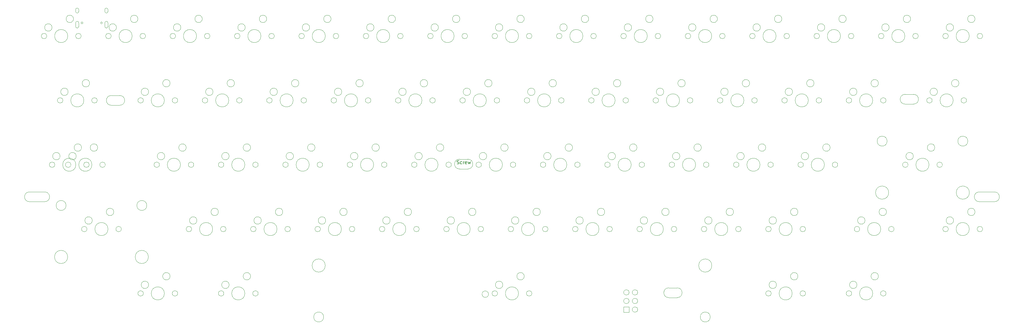
<source format=gbr>
G04 #@! TF.GenerationSoftware,KiCad,Pcbnew,(5.99.0-11336-g5116fa6d12)*
G04 #@! TF.CreationDate,2021-07-31T15:39:07+02:00*
G04 #@! TF.ProjectId,plain60-flex-mkd-hhkb,706c6169-6e36-4302-9d66-6c65782d6d6b,rev?*
G04 #@! TF.SameCoordinates,Original*
G04 #@! TF.FileFunction,AssemblyDrawing,Top*
%FSLAX46Y46*%
G04 Gerber Fmt 4.6, Leading zero omitted, Abs format (unit mm)*
G04 Created by KiCad (PCBNEW (5.99.0-11336-g5116fa6d12)) date 2021-07-31 15:39:07*
%MOMM*%
%LPD*%
G01*
G04 APERTURE LIST*
%ADD10C,0.150000*%
%ADD11C,0.100000*%
G04 APERTURE END LIST*
D10*
X126611417Y-47329801D02*
X126754274Y-47377420D01*
X126992369Y-47377420D01*
X127087608Y-47329801D01*
X127135227Y-47282182D01*
X127182846Y-47186944D01*
X127182846Y-47091706D01*
X127135227Y-46996468D01*
X127087608Y-46948849D01*
X126992369Y-46901230D01*
X126801893Y-46853611D01*
X126706655Y-46805992D01*
X126659036Y-46758373D01*
X126611417Y-46663135D01*
X126611417Y-46567897D01*
X126659036Y-46472659D01*
X126706655Y-46425040D01*
X126801893Y-46377420D01*
X127039988Y-46377420D01*
X127182846Y-46425040D01*
X128039988Y-47329801D02*
X127944750Y-47377420D01*
X127754274Y-47377420D01*
X127659036Y-47329801D01*
X127611417Y-47282182D01*
X127563798Y-47186944D01*
X127563798Y-46901230D01*
X127611417Y-46805992D01*
X127659036Y-46758373D01*
X127754274Y-46710754D01*
X127944750Y-46710754D01*
X128039988Y-46758373D01*
X128468560Y-47377420D02*
X128468560Y-46710754D01*
X128468560Y-46901230D02*
X128516179Y-46805992D01*
X128563798Y-46758373D01*
X128659036Y-46710754D01*
X128754274Y-46710754D01*
X129468560Y-47329801D02*
X129373322Y-47377420D01*
X129182846Y-47377420D01*
X129087608Y-47329801D01*
X129039988Y-47234563D01*
X129039988Y-46853611D01*
X129087608Y-46758373D01*
X129182846Y-46710754D01*
X129373322Y-46710754D01*
X129468560Y-46758373D01*
X129516179Y-46853611D01*
X129516179Y-46948849D01*
X129039988Y-47044087D01*
X129849512Y-46710754D02*
X130039988Y-47377420D01*
X130230465Y-46901230D01*
X130420941Y-47377420D01*
X130611417Y-46710754D01*
D11*
X79833000Y-23495000D02*
G75*
G03*
X79833000Y-23495000I-1093000J0D01*
G01*
X73483000Y-26035000D02*
G75*
G03*
X73483000Y-26035000I-1093000J0D01*
G01*
X71920900Y-28575000D02*
G75*
G03*
X71920900Y-28575000I-800900J0D01*
G01*
X78143900Y-28575000D02*
G75*
G03*
X78143900Y-28575000I-1943900J0D01*
G01*
X82080900Y-28575000D02*
G75*
G03*
X82080900Y-28575000I-800900J0D01*
G01*
X98883000Y-23495000D02*
G75*
G03*
X98883000Y-23495000I-1093000J0D01*
G01*
X92533000Y-26035000D02*
G75*
G03*
X92533000Y-26035000I-1093000J0D01*
G01*
X101130900Y-28575000D02*
G75*
G03*
X101130900Y-28575000I-800900J0D01*
G01*
X97193900Y-28575000D02*
G75*
G03*
X97193900Y-28575000I-1943900J0D01*
G01*
X90970900Y-28575000D02*
G75*
G03*
X90970900Y-28575000I-800900J0D01*
G01*
X156033000Y-23495000D02*
G75*
G03*
X156033000Y-23495000I-1093000J0D01*
G01*
X149683000Y-26035000D02*
G75*
G03*
X149683000Y-26035000I-1093000J0D01*
G01*
X154343900Y-28575000D02*
G75*
G03*
X154343900Y-28575000I-1943900J0D01*
G01*
X158280900Y-28575000D02*
G75*
G03*
X158280900Y-28575000I-800900J0D01*
G01*
X148120900Y-28575000D02*
G75*
G03*
X148120900Y-28575000I-800900J0D01*
G01*
X175083000Y-23495000D02*
G75*
G03*
X175083000Y-23495000I-1093000J0D01*
G01*
X168733000Y-26035000D02*
G75*
G03*
X168733000Y-26035000I-1093000J0D01*
G01*
X167170900Y-28575000D02*
G75*
G03*
X167170900Y-28575000I-800900J0D01*
G01*
X173393900Y-28575000D02*
G75*
G03*
X173393900Y-28575000I-1943900J0D01*
G01*
X177330900Y-28575000D02*
G75*
G03*
X177330900Y-28575000I-800900J0D01*
G01*
X136983000Y-23495000D02*
G75*
G03*
X136983000Y-23495000I-1093000J0D01*
G01*
X130633000Y-26035000D02*
G75*
G03*
X130633000Y-26035000I-1093000J0D01*
G01*
X135293900Y-28575000D02*
G75*
G03*
X135293900Y-28575000I-1943900J0D01*
G01*
X139230900Y-28575000D02*
G75*
G03*
X139230900Y-28575000I-800900J0D01*
G01*
X129070900Y-28575000D02*
G75*
G03*
X129070900Y-28575000I-800900J0D01*
G01*
X117933000Y-23495000D02*
G75*
G03*
X117933000Y-23495000I-1093000J0D01*
G01*
X111583000Y-26035000D02*
G75*
G03*
X111583000Y-26035000I-1093000J0D01*
G01*
X110020900Y-28575000D02*
G75*
G03*
X110020900Y-28575000I-800900J0D01*
G01*
X120180900Y-28575000D02*
G75*
G03*
X120180900Y-28575000I-800900J0D01*
G01*
X116243900Y-28575000D02*
G75*
G03*
X116243900Y-28575000I-1943900J0D01*
G01*
X17920500Y-23495000D02*
G75*
G03*
X17920500Y-23495000I-1093000J0D01*
G01*
X11570500Y-26035000D02*
G75*
G03*
X11570500Y-26035000I-1093000J0D01*
G01*
X20168400Y-28575000D02*
G75*
G03*
X20168400Y-28575000I-800900J0D01*
G01*
X10008400Y-28575000D02*
G75*
G03*
X10008400Y-28575000I-800900J0D01*
G01*
X16231400Y-28575000D02*
G75*
G03*
X16231400Y-28575000I-1943900J0D01*
G01*
X146508000Y-4445000D02*
G75*
G03*
X146508000Y-4445000I-1093000J0D01*
G01*
X140158000Y-6985000D02*
G75*
G03*
X140158000Y-6985000I-1093000J0D01*
G01*
X144818900Y-9525000D02*
G75*
G03*
X144818900Y-9525000I-1943900J0D01*
G01*
X148755900Y-9525000D02*
G75*
G03*
X148755900Y-9525000I-800900J0D01*
G01*
X138595900Y-9525000D02*
G75*
G03*
X138595900Y-9525000I-800900J0D01*
G01*
X184608000Y-4445000D02*
G75*
G03*
X184608000Y-4445000I-1093000J0D01*
G01*
X178258000Y-6985000D02*
G75*
G03*
X178258000Y-6985000I-1093000J0D01*
G01*
X186855900Y-9525000D02*
G75*
G03*
X186855900Y-9525000I-800900J0D01*
G01*
X176695900Y-9525000D02*
G75*
G03*
X176695900Y-9525000I-800900J0D01*
G01*
X182918900Y-9525000D02*
G75*
G03*
X182918900Y-9525000I-1943900J0D01*
G01*
X89358000Y-4445000D02*
G75*
G03*
X89358000Y-4445000I-1093000J0D01*
G01*
X83008000Y-6985000D02*
G75*
G03*
X83008000Y-6985000I-1093000J0D01*
G01*
X91605900Y-9525000D02*
G75*
G03*
X91605900Y-9525000I-800900J0D01*
G01*
X87668900Y-9525000D02*
G75*
G03*
X87668900Y-9525000I-1943900J0D01*
G01*
X81445900Y-9525000D02*
G75*
G03*
X81445900Y-9525000I-800900J0D01*
G01*
X241758000Y-4445000D02*
G75*
G03*
X241758000Y-4445000I-1093000J0D01*
G01*
X235408000Y-6985000D02*
G75*
G03*
X235408000Y-6985000I-1093000J0D01*
G01*
X244005900Y-9525000D02*
G75*
G03*
X244005900Y-9525000I-800900J0D01*
G01*
X240068900Y-9525000D02*
G75*
G03*
X240068900Y-9525000I-1943900J0D01*
G01*
X233845900Y-9525000D02*
G75*
G03*
X233845900Y-9525000I-800900J0D01*
G01*
X222708000Y-4445000D02*
G75*
G03*
X222708000Y-4445000I-1093000J0D01*
G01*
X216358000Y-6985000D02*
G75*
G03*
X216358000Y-6985000I-1093000J0D01*
G01*
X224955900Y-9525000D02*
G75*
G03*
X224955900Y-9525000I-800900J0D01*
G01*
X214795900Y-9525000D02*
G75*
G03*
X214795900Y-9525000I-800900J0D01*
G01*
X221018900Y-9525000D02*
G75*
G03*
X221018900Y-9525000I-1943900J0D01*
G01*
X203658000Y-4445000D02*
G75*
G03*
X203658000Y-4445000I-1093000J0D01*
G01*
X197308000Y-6985000D02*
G75*
G03*
X197308000Y-6985000I-1093000J0D01*
G01*
X201968900Y-9525000D02*
G75*
G03*
X201968900Y-9525000I-1943900J0D01*
G01*
X205905900Y-9525000D02*
G75*
G03*
X205905900Y-9525000I-800900J0D01*
G01*
X195745900Y-9525000D02*
G75*
G03*
X195745900Y-9525000I-800900J0D01*
G01*
X165558000Y-4445000D02*
G75*
G03*
X165558000Y-4445000I-1093000J0D01*
G01*
X159208000Y-6985000D02*
G75*
G03*
X159208000Y-6985000I-1093000J0D01*
G01*
X157645900Y-9525000D02*
G75*
G03*
X157645900Y-9525000I-800900J0D01*
G01*
X163868900Y-9525000D02*
G75*
G03*
X163868900Y-9525000I-1943900J0D01*
G01*
X167805900Y-9525000D02*
G75*
G03*
X167805900Y-9525000I-800900J0D01*
G01*
X127458000Y-4445000D02*
G75*
G03*
X127458000Y-4445000I-1093000J0D01*
G01*
X121108000Y-6985000D02*
G75*
G03*
X121108000Y-6985000I-1093000J0D01*
G01*
X119545900Y-9525000D02*
G75*
G03*
X119545900Y-9525000I-800900J0D01*
G01*
X125768900Y-9525000D02*
G75*
G03*
X125768900Y-9525000I-1943900J0D01*
G01*
X129705900Y-9525000D02*
G75*
G03*
X129705900Y-9525000I-800900J0D01*
G01*
X108408000Y-4445000D02*
G75*
G03*
X108408000Y-4445000I-1093000J0D01*
G01*
X102058000Y-6985000D02*
G75*
G03*
X102058000Y-6985000I-1093000J0D01*
G01*
X100495900Y-9525000D02*
G75*
G03*
X100495900Y-9525000I-800900J0D01*
G01*
X110655900Y-9525000D02*
G75*
G03*
X110655900Y-9525000I-800900J0D01*
G01*
X106718900Y-9525000D02*
G75*
G03*
X106718900Y-9525000I-1943900J0D01*
G01*
X70308000Y-4445000D02*
G75*
G03*
X70308000Y-4445000I-1093000J0D01*
G01*
X63958000Y-6985000D02*
G75*
G03*
X63958000Y-6985000I-1093000J0D01*
G01*
X68618900Y-9525000D02*
G75*
G03*
X68618900Y-9525000I-1943900J0D01*
G01*
X72555900Y-9525000D02*
G75*
G03*
X72555900Y-9525000I-800900J0D01*
G01*
X62395900Y-9525000D02*
G75*
G03*
X62395900Y-9525000I-800900J0D01*
G01*
X32208000Y-4445000D02*
G75*
G03*
X32208000Y-4445000I-1093000J0D01*
G01*
X25858000Y-6985000D02*
G75*
G03*
X25858000Y-6985000I-1093000J0D01*
G01*
X30518900Y-9525000D02*
G75*
G03*
X30518900Y-9525000I-1943900J0D01*
G01*
X34455900Y-9525000D02*
G75*
G03*
X34455900Y-9525000I-800900J0D01*
G01*
X24295900Y-9525000D02*
G75*
G03*
X24295900Y-9525000I-800900J0D01*
G01*
X13158000Y-4445000D02*
G75*
G03*
X13158000Y-4445000I-1093000J0D01*
G01*
X6808000Y-6985000D02*
G75*
G03*
X6808000Y-6985000I-1093000J0D01*
G01*
X5245900Y-9525000D02*
G75*
G03*
X5245900Y-9525000I-800900J0D01*
G01*
X11468900Y-9525000D02*
G75*
G03*
X11468900Y-9525000I-1943900J0D01*
G01*
X15405900Y-9525000D02*
G75*
G03*
X15405900Y-9525000I-800900J0D01*
G01*
X41733000Y-80645000D02*
G75*
G03*
X41733000Y-80645000I-1093000J0D01*
G01*
X35383000Y-83185000D02*
G75*
G03*
X35383000Y-83185000I-1093000J0D01*
G01*
X43980900Y-85725000D02*
G75*
G03*
X43980900Y-85725000I-800900J0D01*
G01*
X33820900Y-85725000D02*
G75*
G03*
X33820900Y-85725000I-800900J0D01*
G01*
X40043900Y-85725000D02*
G75*
G03*
X40043900Y-85725000I-1943900J0D01*
G01*
X151270500Y-61595000D02*
G75*
G03*
X151270500Y-61595000I-1093000J0D01*
G01*
X144920500Y-64135000D02*
G75*
G03*
X144920500Y-64135000I-1093000J0D01*
G01*
X153518400Y-66675000D02*
G75*
G03*
X153518400Y-66675000I-800900J0D01*
G01*
X143358400Y-66675000D02*
G75*
G03*
X143358400Y-66675000I-800900J0D01*
G01*
X149581400Y-66675000D02*
G75*
G03*
X149581400Y-66675000I-1943900J0D01*
G01*
X227470500Y-61595000D02*
G75*
G03*
X227470500Y-61595000I-1093000J0D01*
G01*
X221120500Y-64135000D02*
G75*
G03*
X221120500Y-64135000I-1093000J0D01*
G01*
X225781400Y-66675000D02*
G75*
G03*
X225781400Y-66675000I-1943900J0D01*
G01*
X229718400Y-66675000D02*
G75*
G03*
X229718400Y-66675000I-800900J0D01*
G01*
X219558400Y-66675000D02*
G75*
G03*
X219558400Y-66675000I-800900J0D01*
G01*
X170320500Y-61595000D02*
G75*
G03*
X170320500Y-61595000I-1093000J0D01*
G01*
X163970500Y-64135000D02*
G75*
G03*
X163970500Y-64135000I-1093000J0D01*
G01*
X172568400Y-66675000D02*
G75*
G03*
X172568400Y-66675000I-800900J0D01*
G01*
X168631400Y-66675000D02*
G75*
G03*
X168631400Y-66675000I-1943900J0D01*
G01*
X162408400Y-66675000D02*
G75*
G03*
X162408400Y-66675000I-800900J0D01*
G01*
X132220500Y-61595000D02*
G75*
G03*
X132220500Y-61595000I-1093000J0D01*
G01*
X125870500Y-64135000D02*
G75*
G03*
X125870500Y-64135000I-1093000J0D01*
G01*
X124308400Y-66675000D02*
G75*
G03*
X124308400Y-66675000I-800900J0D01*
G01*
X130531400Y-66675000D02*
G75*
G03*
X130531400Y-66675000I-1943900J0D01*
G01*
X134468400Y-66675000D02*
G75*
G03*
X134468400Y-66675000I-800900J0D01*
G01*
X189370500Y-61595000D02*
G75*
G03*
X189370500Y-61595000I-1093000J0D01*
G01*
X183020500Y-64135000D02*
G75*
G03*
X183020500Y-64135000I-1093000J0D01*
G01*
X181458400Y-66675000D02*
G75*
G03*
X181458400Y-66675000I-800900J0D01*
G01*
X187681400Y-66675000D02*
G75*
G03*
X187681400Y-66675000I-1943900J0D01*
G01*
X191618400Y-66675000D02*
G75*
G03*
X191618400Y-66675000I-800900J0D01*
G01*
X251283000Y-23495000D02*
G75*
G03*
X251283000Y-23495000I-1093000J0D01*
G01*
X244933000Y-26035000D02*
G75*
G03*
X244933000Y-26035000I-1093000J0D01*
G01*
X253530900Y-28575000D02*
G75*
G03*
X253530900Y-28575000I-800900J0D01*
G01*
X249593900Y-28575000D02*
G75*
G03*
X249593900Y-28575000I-1943900J0D01*
G01*
X243370900Y-28575000D02*
G75*
G03*
X243370900Y-28575000I-800900J0D01*
G01*
X56020500Y-61595000D02*
G75*
G03*
X56020500Y-61595000I-1093000J0D01*
G01*
X49670500Y-64135000D02*
G75*
G03*
X49670500Y-64135000I-1093000J0D01*
G01*
X54331400Y-66675000D02*
G75*
G03*
X54331400Y-66675000I-1943900J0D01*
G01*
X58268400Y-66675000D02*
G75*
G03*
X58268400Y-66675000I-800900J0D01*
G01*
X48108400Y-66675000D02*
G75*
G03*
X48108400Y-66675000I-800900J0D01*
G01*
X194133000Y-23495000D02*
G75*
G03*
X194133000Y-23495000I-1093000J0D01*
G01*
X187783000Y-26035000D02*
G75*
G03*
X187783000Y-26035000I-1093000J0D01*
G01*
X196380900Y-28575000D02*
G75*
G03*
X196380900Y-28575000I-800900J0D01*
G01*
X192443900Y-28575000D02*
G75*
G03*
X192443900Y-28575000I-1943900J0D01*
G01*
X186220900Y-28575000D02*
G75*
G03*
X186220900Y-28575000I-800900J0D01*
G01*
X122695500Y-42545000D02*
G75*
G03*
X122695500Y-42545000I-1093000J0D01*
G01*
X116345500Y-45085000D02*
G75*
G03*
X116345500Y-45085000I-1093000J0D01*
G01*
X124943400Y-47625000D02*
G75*
G03*
X124943400Y-47625000I-800900J0D01*
G01*
X121006400Y-47625000D02*
G75*
G03*
X121006400Y-47625000I-1943900J0D01*
G01*
X114783400Y-47625000D02*
G75*
G03*
X114783400Y-47625000I-800900J0D01*
G01*
X65545500Y-42545000D02*
G75*
G03*
X65545500Y-42545000I-1093000J0D01*
G01*
X59195500Y-45085000D02*
G75*
G03*
X59195500Y-45085000I-1093000J0D01*
G01*
X67793400Y-47625000D02*
G75*
G03*
X67793400Y-47625000I-800900J0D01*
G01*
X57633400Y-47625000D02*
G75*
G03*
X57633400Y-47625000I-800900J0D01*
G01*
X63856400Y-47625000D02*
G75*
G03*
X63856400Y-47625000I-1943900J0D01*
G01*
X267951700Y-42545000D02*
G75*
G03*
X267951700Y-42545000I-1093000J0D01*
G01*
X261601700Y-45085000D02*
G75*
G03*
X261601700Y-45085000I-1093000J0D01*
G01*
X277730700Y-40640000D02*
G75*
G03*
X277730700Y-40640000I-1474000J0D01*
G01*
X253854700Y-40640000D02*
G75*
G03*
X253854700Y-40640000I-1474000J0D01*
G01*
X266262600Y-47625000D02*
G75*
G03*
X266262600Y-47625000I-1943900J0D01*
G01*
X254324600Y-55880000D02*
G75*
G03*
X254324600Y-55880000I-1943900J0D01*
G01*
X278200600Y-55880000D02*
G75*
G03*
X278200600Y-55880000I-1943900J0D01*
G01*
X270199600Y-47625000D02*
G75*
G03*
X270199600Y-47625000I-800900J0D01*
G01*
X260039600Y-47625000D02*
G75*
G03*
X260039600Y-47625000I-800900J0D01*
G01*
X279858000Y-61595000D02*
G75*
G03*
X279858000Y-61595000I-1093000J0D01*
G01*
X273508000Y-64135000D02*
G75*
G03*
X273508000Y-64135000I-1093000J0D01*
G01*
X282105900Y-66675000D02*
G75*
G03*
X282105900Y-66675000I-800900J0D01*
G01*
X271945900Y-66675000D02*
G75*
G03*
X271945900Y-66675000I-800900J0D01*
G01*
X278168900Y-66675000D02*
G75*
G03*
X278168900Y-66675000I-1943900J0D01*
G01*
X179845500Y-42545000D02*
G75*
G03*
X179845500Y-42545000I-1093000J0D01*
G01*
X173495500Y-45085000D02*
G75*
G03*
X173495500Y-45085000I-1093000J0D01*
G01*
X171933400Y-47625000D02*
G75*
G03*
X171933400Y-47625000I-800900J0D01*
G01*
X182093400Y-47625000D02*
G75*
G03*
X182093400Y-47625000I-800900J0D01*
G01*
X178156400Y-47625000D02*
G75*
G03*
X178156400Y-47625000I-1943900J0D01*
G01*
X275095487Y-23495061D02*
G75*
G03*
X275095487Y-23495061I-1093000J0D01*
G01*
X268745487Y-26035061D02*
G75*
G03*
X268745487Y-26035061I-1093000J0D01*
G01*
X273406387Y-28575061D02*
G75*
G03*
X273406387Y-28575061I-1943900J0D01*
G01*
X267183387Y-28575061D02*
G75*
G03*
X267183387Y-28575061I-800900J0D01*
G01*
X277343387Y-28575061D02*
G75*
G03*
X277343387Y-28575061I-800900J0D01*
G01*
X232233000Y-23495000D02*
G75*
G03*
X232233000Y-23495000I-1093000J0D01*
G01*
X225883000Y-26035000D02*
G75*
G03*
X225883000Y-26035000I-1093000J0D01*
G01*
X234480900Y-28575000D02*
G75*
G03*
X234480900Y-28575000I-800900J0D01*
G01*
X224320900Y-28575000D02*
G75*
G03*
X224320900Y-28575000I-800900J0D01*
G01*
X230543900Y-28575000D02*
G75*
G03*
X230543900Y-28575000I-1943900J0D01*
G01*
X65545500Y-80645000D02*
G75*
G03*
X65545500Y-80645000I-1093000J0D01*
G01*
X59195500Y-83185000D02*
G75*
G03*
X59195500Y-83185000I-1093000J0D01*
G01*
X57633400Y-85725000D02*
G75*
G03*
X57633400Y-85725000I-800900J0D01*
G01*
X67793400Y-85725000D02*
G75*
G03*
X67793400Y-85725000I-800900J0D01*
G01*
X63856400Y-85725000D02*
G75*
G03*
X63856400Y-85725000I-1943900J0D01*
G01*
X84595500Y-42545000D02*
G75*
G03*
X84595500Y-42545000I-1093000J0D01*
G01*
X78245500Y-45085000D02*
G75*
G03*
X78245500Y-45085000I-1093000J0D01*
G01*
X82906400Y-47625000D02*
G75*
G03*
X82906400Y-47625000I-1943900J0D01*
G01*
X86843400Y-47625000D02*
G75*
G03*
X86843400Y-47625000I-800900J0D01*
G01*
X76683400Y-47625000D02*
G75*
G03*
X76683400Y-47625000I-800900J0D01*
G01*
X160795500Y-42545000D02*
G75*
G03*
X160795500Y-42545000I-1093000J0D01*
G01*
X154445500Y-45085000D02*
G75*
G03*
X154445500Y-45085000I-1093000J0D01*
G01*
X152883400Y-47625000D02*
G75*
G03*
X152883400Y-47625000I-800900J0D01*
G01*
X163043400Y-47625000D02*
G75*
G03*
X163043400Y-47625000I-800900J0D01*
G01*
X159106400Y-47625000D02*
G75*
G03*
X159106400Y-47625000I-1943900J0D01*
G01*
X103645500Y-42545000D02*
G75*
G03*
X103645500Y-42545000I-1093000J0D01*
G01*
X97295500Y-45085000D02*
G75*
G03*
X97295500Y-45085000I-1093000J0D01*
G01*
X101956400Y-47625000D02*
G75*
G03*
X101956400Y-47625000I-1943900J0D01*
G01*
X105893400Y-47625000D02*
G75*
G03*
X105893400Y-47625000I-800900J0D01*
G01*
X95733400Y-47625000D02*
G75*
G03*
X95733400Y-47625000I-800900J0D01*
G01*
X46495500Y-42545000D02*
G75*
G03*
X46495500Y-42545000I-1093000J0D01*
G01*
X40145500Y-45085000D02*
G75*
G03*
X40145500Y-45085000I-1093000J0D01*
G01*
X44806400Y-47625000D02*
G75*
G03*
X44806400Y-47625000I-1943900J0D01*
G01*
X38583400Y-47625000D02*
G75*
G03*
X38583400Y-47625000I-800900J0D01*
G01*
X48743400Y-47625000D02*
G75*
G03*
X48743400Y-47625000I-800900J0D01*
G01*
X198895500Y-42545000D02*
G75*
G03*
X198895500Y-42545000I-1093000J0D01*
G01*
X192545500Y-45085000D02*
G75*
G03*
X192545500Y-45085000I-1093000J0D01*
G01*
X201143400Y-47625000D02*
G75*
G03*
X201143400Y-47625000I-800900J0D01*
G01*
X197206400Y-47625000D02*
G75*
G03*
X197206400Y-47625000I-1943900J0D01*
G01*
X190983400Y-47625000D02*
G75*
G03*
X190983400Y-47625000I-800900J0D01*
G01*
X25064250Y-61595000D02*
G75*
G03*
X25064250Y-61595000I-1093000J0D01*
G01*
X18714250Y-64135000D02*
G75*
G03*
X18714250Y-64135000I-1093000J0D01*
G01*
X10967250Y-59690000D02*
G75*
G03*
X10967250Y-59690000I-1474000J0D01*
G01*
X11437150Y-74930000D02*
G75*
G03*
X11437150Y-74930000I-1943900J0D01*
G01*
X27312150Y-66675000D02*
G75*
G03*
X27312150Y-66675000I-800900J0D01*
G01*
X35313150Y-74930000D02*
G75*
G03*
X35313150Y-74930000I-1943900J0D01*
G01*
X34843250Y-59690000D02*
G75*
G03*
X34843250Y-59690000I-1474000J0D01*
G01*
X17152150Y-66675000D02*
G75*
G03*
X17152150Y-66675000I-800900J0D01*
G01*
X23375150Y-66675000D02*
G75*
G03*
X23375150Y-66675000I-1943900J0D01*
G01*
X236995500Y-42545000D02*
G75*
G03*
X236995500Y-42545000I-1093000J0D01*
G01*
X230645500Y-45085000D02*
G75*
G03*
X230645500Y-45085000I-1093000J0D01*
G01*
X235306400Y-47625000D02*
G75*
G03*
X235306400Y-47625000I-1943900J0D01*
G01*
X229083400Y-47625000D02*
G75*
G03*
X229083400Y-47625000I-800900J0D01*
G01*
X239243400Y-47625000D02*
G75*
G03*
X239243400Y-47625000I-800900J0D01*
G01*
X217945500Y-42545000D02*
G75*
G03*
X217945500Y-42545000I-1093000J0D01*
G01*
X211595500Y-45085000D02*
G75*
G03*
X211595500Y-45085000I-1093000J0D01*
G01*
X220193400Y-47625000D02*
G75*
G03*
X220193400Y-47625000I-800900J0D01*
G01*
X210033400Y-47625000D02*
G75*
G03*
X210033400Y-47625000I-800900J0D01*
G01*
X216256400Y-47625000D02*
G75*
G03*
X216256400Y-47625000I-1943900J0D01*
G01*
X213183000Y-23495000D02*
G75*
G03*
X213183000Y-23495000I-1093000J0D01*
G01*
X206833000Y-26035000D02*
G75*
G03*
X206833000Y-26035000I-1093000J0D01*
G01*
X205270900Y-28575000D02*
G75*
G03*
X205270900Y-28575000I-800900J0D01*
G01*
X215430900Y-28575000D02*
G75*
G03*
X215430900Y-28575000I-800900J0D01*
G01*
X211493900Y-28575000D02*
G75*
G03*
X211493900Y-28575000I-1943900J0D01*
G01*
X141745500Y-42545000D02*
G75*
G03*
X141745500Y-42545000I-1093000J0D01*
G01*
X135395500Y-45085000D02*
G75*
G03*
X135395500Y-45085000I-1093000J0D01*
G01*
X140056400Y-47625000D02*
G75*
G03*
X140056400Y-47625000I-1943900J0D01*
G01*
X143993400Y-47625000D02*
G75*
G03*
X143993400Y-47625000I-800900J0D01*
G01*
X133833400Y-47625000D02*
G75*
G03*
X133833400Y-47625000I-800900J0D01*
G01*
X20301750Y-42545000D02*
G75*
G03*
X20301750Y-42545000I-1093000J0D01*
G01*
X13951750Y-45085000D02*
G75*
G03*
X13951750Y-45085000I-1093000J0D01*
G01*
X18612650Y-47625000D02*
G75*
G03*
X18612650Y-47625000I-1943900J0D01*
G01*
X12389650Y-47625000D02*
G75*
G03*
X12389650Y-47625000I-800900J0D01*
G01*
X22549650Y-47625000D02*
G75*
G03*
X22549650Y-47625000I-800900J0D01*
G01*
X113170500Y-61595000D02*
G75*
G03*
X113170500Y-61595000I-1093000J0D01*
G01*
X106820500Y-64135000D02*
G75*
G03*
X106820500Y-64135000I-1093000J0D01*
G01*
X105258400Y-66675000D02*
G75*
G03*
X105258400Y-66675000I-800900J0D01*
G01*
X111481400Y-66675000D02*
G75*
G03*
X111481400Y-66675000I-1943900J0D01*
G01*
X115418400Y-66675000D02*
G75*
G03*
X115418400Y-66675000I-800900J0D01*
G01*
X251283000Y-80645000D02*
G75*
G03*
X251283000Y-80645000I-1093000J0D01*
G01*
X244933000Y-83185000D02*
G75*
G03*
X244933000Y-83185000I-1093000J0D01*
G01*
X249593900Y-85725000D02*
G75*
G03*
X249593900Y-85725000I-1943900J0D01*
G01*
X253530900Y-85725000D02*
G75*
G03*
X253530900Y-85725000I-800900J0D01*
G01*
X243370900Y-85725000D02*
G75*
G03*
X243370900Y-85725000I-800900J0D01*
G01*
X75070500Y-61595000D02*
G75*
G03*
X75070500Y-61595000I-1093000J0D01*
G01*
X68720500Y-64135000D02*
G75*
G03*
X68720500Y-64135000I-1093000J0D01*
G01*
X73381400Y-66675000D02*
G75*
G03*
X73381400Y-66675000I-1943900J0D01*
G01*
X77318400Y-66675000D02*
G75*
G03*
X77318400Y-66675000I-800900J0D01*
G01*
X67158400Y-66675000D02*
G75*
G03*
X67158400Y-66675000I-800900J0D01*
G01*
X227470500Y-80645000D02*
G75*
G03*
X227470500Y-80645000I-1093000J0D01*
G01*
X221120500Y-83185000D02*
G75*
G03*
X221120500Y-83185000I-1093000J0D01*
G01*
X229718400Y-85725000D02*
G75*
G03*
X229718400Y-85725000I-800900J0D01*
G01*
X225781400Y-85725000D02*
G75*
G03*
X225781400Y-85725000I-1943900J0D01*
G01*
X219558400Y-85725000D02*
G75*
G03*
X219558400Y-85725000I-800900J0D01*
G01*
X281118988Y-58575000D02*
X285618988Y-58575000D01*
X281118988Y-55675000D02*
X285618988Y-55675000D01*
X285618988Y-58575000D02*
G75*
G03*
X285618988Y-55675000I0J1450000D01*
G01*
X281118988Y-55675000D02*
G75*
G03*
X281118988Y-58575000I0J-1450000D01*
G01*
X131252Y-58575000D02*
X4631252Y-58575000D01*
X131252Y-55675000D02*
X4631252Y-55675000D01*
X4631252Y-58575000D02*
G75*
G03*
X4631252Y-55675000I0J1450000D01*
G01*
X131252Y-55675000D02*
G75*
G03*
X131252Y-58575000I0J-1450000D01*
G01*
X41733000Y-23495000D02*
G75*
G03*
X41733000Y-23495000I-1093000J0D01*
G01*
X35383000Y-26035000D02*
G75*
G03*
X35383000Y-26035000I-1093000J0D01*
G01*
X43980900Y-28575000D02*
G75*
G03*
X43980900Y-28575000I-800900J0D01*
G01*
X33820900Y-28575000D02*
G75*
G03*
X33820900Y-28575000I-800900J0D01*
G01*
X40043900Y-28575000D02*
G75*
G03*
X40043900Y-28575000I-1943900J0D01*
G01*
X189250160Y-86975000D02*
X191750160Y-86975000D01*
X189250160Y-84075000D02*
X191750160Y-84075000D01*
X191750160Y-86975000D02*
G75*
G03*
X191750160Y-84075000I0J1450000D01*
G01*
X189250160Y-84075000D02*
G75*
G03*
X189250160Y-86975000I0J-1450000D01*
G01*
X94120500Y-61595000D02*
G75*
G03*
X94120500Y-61595000I-1093000J0D01*
G01*
X87770500Y-64135000D02*
G75*
G03*
X87770500Y-64135000I-1093000J0D01*
G01*
X92431400Y-66675000D02*
G75*
G03*
X92431400Y-66675000I-1943900J0D01*
G01*
X96368400Y-66675000D02*
G75*
G03*
X96368400Y-66675000I-800900J0D01*
G01*
X86208400Y-66675000D02*
G75*
G03*
X86208400Y-66675000I-800900J0D01*
G01*
X15539277Y-42544925D02*
G75*
G03*
X15539277Y-42544925I-1093000J0D01*
G01*
X9189277Y-45084925D02*
G75*
G03*
X9189277Y-45084925I-1093000J0D01*
G01*
X17787177Y-47624925D02*
G75*
G03*
X17787177Y-47624925I-800900J0D01*
G01*
X13850177Y-47624925D02*
G75*
G03*
X13850177Y-47624925I-1943900J0D01*
G01*
X7627177Y-47624925D02*
G75*
G03*
X7627177Y-47624925I-800900J0D01*
G01*
X259175000Y-29677050D02*
X261675000Y-29677050D01*
X259175000Y-26777050D02*
X261675000Y-26777050D01*
X261675000Y-29677050D02*
G75*
G03*
X261675000Y-26777050I0J1450000D01*
G01*
X259175000Y-26777050D02*
G75*
G03*
X259175000Y-29677050I0J-1450000D01*
G01*
X260807977Y-4445061D02*
G75*
G03*
X260807977Y-4445061I-1093000J0D01*
G01*
X254457977Y-6985061D02*
G75*
G03*
X254457977Y-6985061I-1093000J0D01*
G01*
X263055877Y-9525061D02*
G75*
G03*
X263055877Y-9525061I-800900J0D01*
G01*
X252895877Y-9525061D02*
G75*
G03*
X252895877Y-9525061I-800900J0D01*
G01*
X259118877Y-9525061D02*
G75*
G03*
X259118877Y-9525061I-1943900J0D01*
G01*
X253664287Y-61595061D02*
G75*
G03*
X253664287Y-61595061I-1093000J0D01*
G01*
X247314287Y-64135061D02*
G75*
G03*
X247314287Y-64135061I-1093000J0D01*
G01*
X245752187Y-66675061D02*
G75*
G03*
X245752187Y-66675061I-800900J0D01*
G01*
X255912187Y-66675061D02*
G75*
G03*
X255912187Y-66675061I-800900J0D01*
G01*
X251975187Y-66675061D02*
G75*
G03*
X251975187Y-66675061I-1943900J0D01*
G01*
X279858087Y-4444961D02*
G75*
G03*
X279858087Y-4444961I-1093000J0D01*
G01*
X273508087Y-6984961D02*
G75*
G03*
X273508087Y-6984961I-1093000J0D01*
G01*
X271945987Y-9524961D02*
G75*
G03*
X271945987Y-9524961I-800900J0D01*
G01*
X282105987Y-9524961D02*
G75*
G03*
X282105987Y-9524961I-800900J0D01*
G01*
X278168987Y-9524961D02*
G75*
G03*
X278168987Y-9524961I-1943900J0D01*
G01*
X208420500Y-61595000D02*
G75*
G03*
X208420500Y-61595000I-1093000J0D01*
G01*
X202070500Y-64135000D02*
G75*
G03*
X202070500Y-64135000I-1093000J0D01*
G01*
X200508400Y-66675000D02*
G75*
G03*
X200508400Y-66675000I-800900J0D01*
G01*
X210668400Y-66675000D02*
G75*
G03*
X210668400Y-66675000I-800900J0D01*
G01*
X206731400Y-66675000D02*
G75*
G03*
X206731400Y-66675000I-1943900J0D01*
G01*
X127337608Y-48875040D02*
X129837608Y-48875040D01*
X127337608Y-45975040D02*
X129837608Y-45975040D01*
X129837608Y-48875040D02*
G75*
G03*
X129837608Y-45975040I0J1450000D01*
G01*
X127337608Y-45975040D02*
G75*
G03*
X127337608Y-48875040I0J-1450000D01*
G01*
X60783000Y-23495000D02*
G75*
G03*
X60783000Y-23495000I-1093000J0D01*
G01*
X54433000Y-26035000D02*
G75*
G03*
X54433000Y-26035000I-1093000J0D01*
G01*
X59093900Y-28575000D02*
G75*
G03*
X59093900Y-28575000I-1943900J0D01*
G01*
X63030900Y-28575000D02*
G75*
G03*
X63030900Y-28575000I-800900J0D01*
G01*
X52870900Y-28575000D02*
G75*
G03*
X52870900Y-28575000I-800900J0D01*
G01*
X24350000Y-30026024D02*
X26850000Y-30026024D01*
X24350000Y-27126024D02*
X26850000Y-27126024D01*
X26850000Y-30026024D02*
G75*
G03*
X26850000Y-27126024I0J1450000D01*
G01*
X24350000Y-27126024D02*
G75*
G03*
X24350000Y-30026024I0J-1450000D01*
G01*
X87167250Y-92710000D02*
G75*
G03*
X87167250Y-92710000I-1474000J0D01*
G01*
X87637150Y-77470000D02*
G75*
G03*
X87637150Y-77470000I-1943900J0D01*
G01*
X201530750Y-92710000D02*
G75*
G03*
X201530750Y-92710000I-1474000J0D01*
G01*
X202000650Y-77470000D02*
G75*
G03*
X202000650Y-77470000I-1943900J0D01*
G01*
X146508000Y-80645000D02*
G75*
G03*
X146508000Y-80645000I-1093000J0D01*
G01*
X140158000Y-83185000D02*
G75*
G03*
X140158000Y-83185000I-1093000J0D01*
G01*
X144818900Y-85725000D02*
G75*
G03*
X144818900Y-85725000I-1943900J0D01*
G01*
X148755900Y-85725000D02*
G75*
G03*
X148755900Y-85725000I-800900J0D01*
G01*
X138595900Y-85725000D02*
G75*
G03*
X138595900Y-85725000I-800900J0D01*
G01*
X51258000Y-4445000D02*
G75*
G03*
X51258000Y-4445000I-1093000J0D01*
G01*
X44908000Y-6985000D02*
G75*
G03*
X44908000Y-6985000I-1093000J0D01*
G01*
X53505900Y-9525000D02*
G75*
G03*
X53505900Y-9525000I-800900J0D01*
G01*
X49568900Y-9525000D02*
G75*
G03*
X49568900Y-9525000I-1943900J0D01*
G01*
X43345900Y-9525000D02*
G75*
G03*
X43345900Y-9525000I-800900J0D01*
G01*
X135929287Y-85950061D02*
G75*
G03*
X135929287Y-85950061I-950000J0D01*
G01*
X21733000Y-5630000D02*
G75*
G03*
X21733000Y-5630000I-275000J0D01*
G01*
X15953000Y-5630000D02*
G75*
G03*
X15953000Y-5630000I-275000J0D01*
G01*
X23338000Y-6710000D02*
X23338000Y-5610000D01*
X22438000Y-6710000D02*
X22438000Y-5610000D01*
X23338000Y-5610000D02*
G75*
G03*
X22438000Y-5610000I-450000J0D01*
G01*
X22438000Y-6710000D02*
G75*
G03*
X23338000Y-6710000I450000J0D01*
G01*
X23338000Y-2280000D02*
X23338000Y-1680000D01*
X22438000Y-2280000D02*
X22438000Y-1680000D01*
X23338000Y-1680000D02*
G75*
G03*
X22438000Y-1680000I-450000J0D01*
G01*
X22438000Y-2280000D02*
G75*
G03*
X23338000Y-2280000I450000J0D01*
G01*
X14698000Y-2280000D02*
X14698000Y-1680000D01*
X13798000Y-2280000D02*
X13798000Y-1680000D01*
X14698000Y-1680000D02*
G75*
G03*
X13798000Y-1680000I-450000J0D01*
G01*
X13798000Y-2280000D02*
G75*
G03*
X14698000Y-2280000I450000J0D01*
G01*
X14698000Y-6710000D02*
X14698000Y-5610000D01*
X13798000Y-6710000D02*
X13798000Y-5610000D01*
X14698000Y-5610000D02*
G75*
G03*
X13798000Y-5610000I-450000J0D01*
G01*
X13798000Y-6710000D02*
G75*
G03*
X14698000Y-6710000I450000J0D01*
G01*
X175929287Y-89710061D02*
X175929287Y-91310061D01*
X177529287Y-91310061D01*
X177529287Y-89710061D01*
X175929287Y-89710061D01*
X180069287Y-90510061D02*
X180069287Y-90510061D01*
X178469287Y-90510061D02*
X178469287Y-90510061D01*
X180069287Y-90510061D02*
G75*
G03*
X178469287Y-90510061I-800000J0D01*
G01*
X178469287Y-90510061D02*
G75*
G03*
X180069287Y-90510061I800000J0D01*
G01*
X177529287Y-87970061D02*
X177529287Y-87970061D01*
X175929287Y-87970061D02*
X175929287Y-87970061D01*
X177529287Y-87970061D02*
G75*
G03*
X175929287Y-87970061I-800000J0D01*
G01*
X175929287Y-87970061D02*
G75*
G03*
X177529287Y-87970061I800000J0D01*
G01*
X180069287Y-87970061D02*
X180069287Y-87970061D01*
X178469287Y-87970061D02*
X178469287Y-87970061D01*
X180069287Y-87970061D02*
G75*
G03*
X178469287Y-87970061I-800000J0D01*
G01*
X178469287Y-87970061D02*
G75*
G03*
X180069287Y-87970061I800000J0D01*
G01*
X177529287Y-85430061D02*
X177529287Y-85430061D01*
X175929287Y-85430061D02*
X175929287Y-85430061D01*
X177529287Y-85430061D02*
G75*
G03*
X175929287Y-85430061I-800000J0D01*
G01*
X175929287Y-85430061D02*
G75*
G03*
X177529287Y-85430061I800000J0D01*
G01*
X180069287Y-85430061D02*
X180069287Y-85430061D01*
X178469287Y-85430061D02*
X178469287Y-85430061D01*
X180069287Y-85430061D02*
G75*
G03*
X178469287Y-85430061I-800000J0D01*
G01*
X178469287Y-85430061D02*
G75*
G03*
X180069287Y-85430061I800000J0D01*
G01*
M02*

</source>
